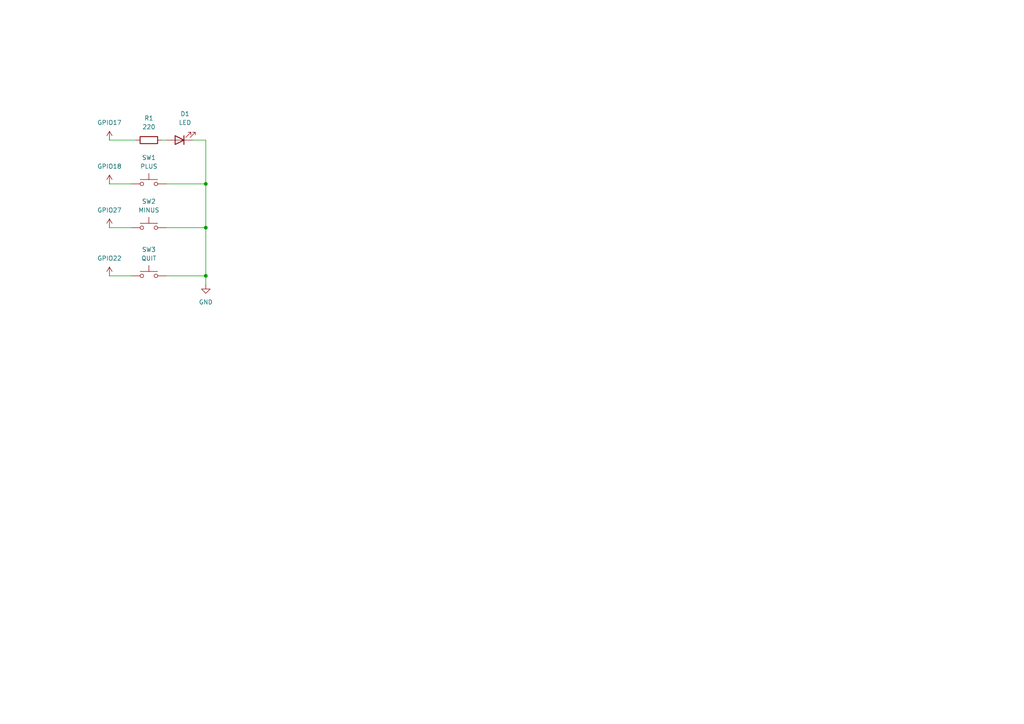
<source format=kicad_sch>
(kicad_sch (version 20231120) (generator "eeschema") (generator_version "8.0")
  (paper "A4")
  (lib_symbols
    (symbol "Device:LED" (pin_numbers hide) (pin_names (offset 1.016) hide)
      (property "Reference" "D" (at 0 2.54 0))
      (property "Value" "LED" (at 0 -2.54 0))
      (symbol "LED_0_1"
        (polyline (pts (xy -1.27 -1.27) (xy -1.27 1.27)) (stroke (width 0.254)))
        (polyline (pts (xy -1.27 0) (xy 1.27 0)))
        (polyline (pts (xy 1.27 -1.27) (xy 1.27 1.27) (xy -1.27 0) (xy 1.27 -1.27)) (stroke (width 0.254)))
        (polyline (pts (xy -3.048 -0.762) (xy -4.572 -2.286) (xy -3.81 -2.286) (xy -4.572 -2.286) (xy -4.572 -1.524)))
        (polyline (pts (xy -1.778 -0.762) (xy -3.302 -2.286) (xy -2.54 -2.286) (xy -3.302 -2.286) (xy -3.302 -1.524)))
      )
      (symbol "LED_1_1"
        (pin passive line (at -3.81 0 0) (length 2.54) (name "K") (number "1"))
        (pin passive line (at 3.81 0 180) (length 2.54) (name "A") (number "2"))
      )
    )
    (symbol "Device:R" (pin_numbers hide) (pin_names (offset 0))
      (property "Reference" "R" (at 2.032 0 90))
      (property "Value" "R" (at 0 0 90))
      (symbol "R_0_1"
        (rectangle (start -1.016 -2.54) (end 1.016 2.54) (stroke (width 0.254)))
      )
      (symbol "R_1_1"
        (pin passive line (at 0 3.81 270) (length 1.27) (name "~") (number "1"))
        (pin passive line (at 0 -3.81 90) (length 1.27) (name "~") (number "2"))
      )
    )
    (symbol "Switch:SW_Push" (pin_numbers hide) (pin_names (offset 1.016) hide)
      (property "Reference" "SW" (at 1.27 2.54 0))
      (property "Value" "SW_Push" (at 0 -1.524 0))
      (symbol "SW_Push_0_1"
        (circle (center -2.032 0) (radius 0.508))
        (polyline (pts (xy 0 1.27) (xy 0 3.048)))
        (polyline (pts (xy 2.54 1.27) (xy -2.54 1.27)))
        (circle (center 2.032 0) (radius 0.508))
        (pin passive line (at -5.08 0 0) (length 2.54) (name "1") (number "1"))
        (pin passive line (at 5.08 0 180) (length 2.54) (name "2") (number "2"))
      )
    )
    (symbol "power:GND" (power) (pin_numbers hide) (pin_names (offset 0) hide)
      (property "Value" "GND" (at 0 -3.81 0))
      (symbol "GND_0_1"
        (polyline (pts (xy 0 0) (xy 0 -1.27) (xy 1.27 -1.27) (xy 0 -2.54) (xy -1.27 -1.27) (xy 0 -1.27)))
      )
      (symbol "GND_1_1"
        (pin power_in line (at 0 0 270) (length 0) (name "~") (number "1"))
      )
    )
    (symbol "power:VCC" (power) (pin_numbers hide) (pin_names (offset 0) hide)
      (property "Value" "VCC" (at 0 3.556 0))
      (symbol "VCC_0_1"
        (polyline (pts (xy -0.762 1.27) (xy 0 2.54)))
        (polyline (pts (xy 0 0) (xy 0 2.54)))
        (polyline (pts (xy 0 2.54) (xy 0.762 1.27)))
      )
      (symbol "VCC_1_1"
        (pin power_in line (at 0 0 90) (length 0) (name "~") (number "1"))
      )
    )
  )
  (junction (at 59.69 80.01))
  (junction (at 59.69 66.04))
  (junction (at 59.69 53.34))
  (wire (pts (xy 31.75 53.34) (xy 38.1 53.34)))
  (wire (pts (xy 31.75 66.04) (xy 38.1 66.04)))
  (wire (pts (xy 59.69 53.34) (xy 59.69 66.04)))
  (wire (pts (xy 59.69 66.04) (xy 59.69 80.01)))
  (wire (pts (xy 48.26 80.01) (xy 59.69 80.01)))
  (wire (pts (xy 46.99 40.64) (xy 48.26 40.64)))
  (wire (pts (xy 31.75 40.64) (xy 39.37 40.64)))
  (wire (pts (xy 59.69 40.64) (xy 55.88 40.64)))
  (wire (pts (xy 48.26 66.04) (xy 59.69 66.04)))
  (wire (pts (xy 31.75 80.01) (xy 38.1 80.01)))
  (wire (pts (xy 59.69 40.64) (xy 59.69 53.34)))
  (wire (pts (xy 59.69 80.01) (xy 59.69 82.55)))
  (wire (pts (xy 48.26 53.34) (xy 59.69 53.34)))
  (symbol (lib_id "Device:LED") (at 52.07 40.64 180) (unit 1)
    (property "Reference" "D1" (at 53.6575 33.02 0))
    (property "Value" "LED" (at 53.6575 35.56 0))
    (property "Description" "Light emitting diode" (effects (hide yes)))
  )
  (symbol (lib_id "power:VCC") (at 31.75 80.01 0) (unit 1)
    (property "Reference" "#PWR05" (effects (hide yes)))
    (property "Value" "GPIO22" (at 31.75 74.93 0))
    (property "Description" "Power symbol creates a global label with name \"VCC\"" (effects (hide yes)))
  )
  (symbol (lib_id "Switch:SW_Push") (at 43.18 53.34 0) (unit 1)
    (property "Reference" "SW1" (at 43.18 45.72 0))
    (property "Value" "PLUS" (at 43.18 48.26 0))
    (property "Description" "Push button switch, generic, two pins" (effects (hide yes)))
  )
  (symbol (lib_id "Device:R") (at 43.18 40.64 90) (unit 1)
    (property "Reference" "R1" (at 43.18 34.29 90))
    (property "Value" "220" (at 43.18 36.83 90))
    (property "Description" "Resistor" (effects (hide yes)))
  )
  (symbol (lib_id "Switch:SW_Push") (at 43.18 66.04 0) (unit 1)
    (property "Reference" "SW2" (at 43.18 58.42 0))
    (property "Value" "MINUS" (at 43.18 60.96 0))
    (property "Description" "Push button switch, generic, two pins" (effects (hide yes)))
  )
  (symbol (lib_id "power:GND") (at 59.69 82.55 0) (unit 1)
    (property "Reference" "#PWR02" (effects (hide yes)))
    (property "Value" "GND" (at 59.69 87.63 0))
    (property "Description" "Power symbol creates a global label with name \"GND\" , ground" (effects (hide yes)))
  )
  (symbol (lib_id "power:VCC") (at 31.75 53.34 0) (unit 1)
    (property "Reference" "#PWR03" (effects (hide yes)))
    (property "Value" "GPIO18" (at 31.75 48.26 0))
    (property "Description" "Power symbol creates a global label with name \"VCC\"" (effects (hide yes)))
  )
  (symbol (lib_id "Switch:SW_Push") (at 43.18 80.01 0) (unit 1)
    (property "Reference" "SW3" (at 43.18 72.39 0))
    (property "Value" "QUIT" (at 43.18 74.93 0))
    (property "Description" "Push button switch, generic, two pins" (effects (hide yes)))
  )
  (symbol (lib_id "power:VCC") (at 31.75 40.64 0) (unit 1)
    (property "Reference" "#PWR01" (effects (hide yes)))
    (property "Value" "GPIO17" (at 31.75 35.56 0))
    (property "Description" "Power symbol creates a global label with name \"VCC\"" (effects (hide yes)))
  )
  (symbol (lib_id "power:VCC") (at 31.75 66.04 0) (unit 1)
    (property "Reference" "#PWR04" (effects (hide yes)))
    (property "Value" "GPIO27" (at 31.75 60.96 0))
    (property "Description" "Power symbol creates a global label with name \"VCC\"" (effects (hide yes)))
  )
)
</source>
